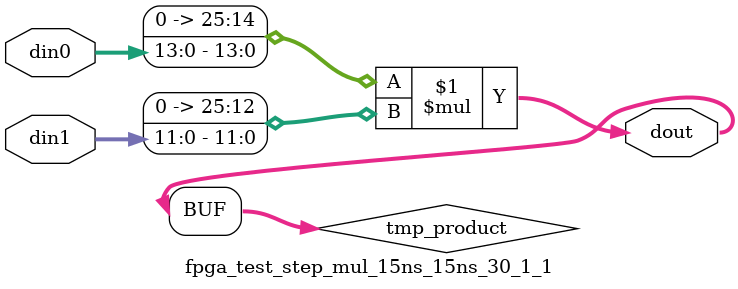
<source format=v>

`timescale 1 ns / 1 ps

  module fpga_test_step_mul_15ns_15ns_30_1_1(din0, din1, dout);
parameter ID = 1;
parameter NUM_STAGE = 0;
parameter din0_WIDTH = 14;
parameter din1_WIDTH = 12;
parameter dout_WIDTH = 26;

input [din0_WIDTH - 1 : 0] din0; 
input [din1_WIDTH - 1 : 0] din1; 
output [dout_WIDTH - 1 : 0] dout;

wire signed [dout_WIDTH - 1 : 0] tmp_product;










assign tmp_product = $signed({1'b0, din0}) * $signed({1'b0, din1});











assign dout = tmp_product;







endmodule

</source>
